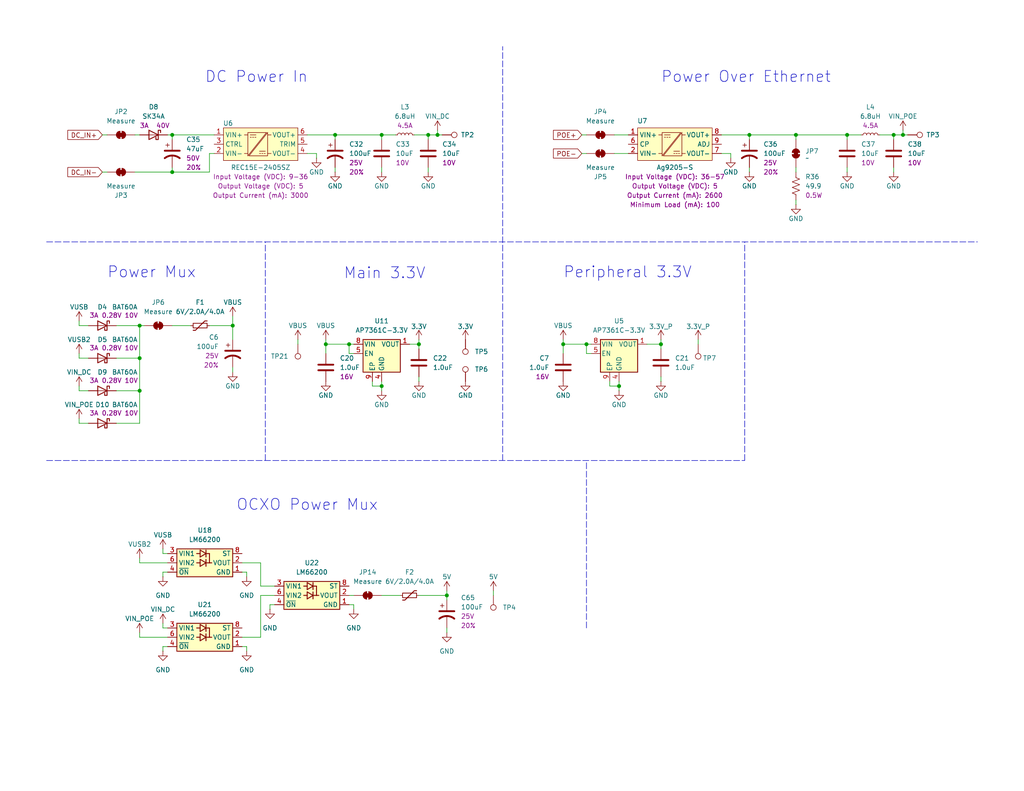
<source format=kicad_sch>
(kicad_sch (version 20231120) (generator "eeschema") (generator_version "8.0")
  (paper "USLetter")
  (title_block (title "Power"))
  (lib_symbols
    (symbol "SparkFun-Capacitor:1.0uF_0603_16V_10%" (pin_numbers hide) (pin_names (offset 0.254))
      (property "Reference" "C" (at 0.635 2.54 0))
      (property "Value" "1.0uF" (at 0.635 -2.54 0))
      (property "Voltage" "16V" (at 0 -6.35 0))
      (property "Tolerance" "10%" (at 0 -8.89 0))
      (symbol "1.0uF_0603_16V_10%_1_1"
        (pin passive line (at 0 3.81 270) (length 2.794) (name "~") (number "1"))
        (pin passive line (at 0 -3.81 90) (length 2.794) (name "~") (number "2"))
      )
    )
    (symbol "SparkFun-Capacitor:100uF_6.6x6.6_25V_20%" (pin_numbers hide) (pin_names (offset 0.254) hide)
      (property "Reference" "C" (at 0.635 2.54 0))
      (property "Value" "100uF" (at 0.635 -2.54 0))
      (property "Voltage" "25V" (at 0 -7.62 0))
      (property "Tolerance" "20%" (at 0 -10.16 0))
      (symbol "100uF_6.6x6.6_25V_20%_1_1"
        (pin passive line (at 0 3.81 270) (length 2.794) (name "~") (number "1"))
        (pin passive line (at 0 -3.81 90) (length 3.302) (name "~") (number "2"))
      )
    )
    (symbol "SparkFun-Capacitor:10uF_0603_10V_20%" (pin_numbers hide) (pin_names (offset 0.254))
      (property "Reference" "C" (at 0.635 2.54 0))
      (property "Value" "10uF" (at 0.635 -2.54 0))
      (property "Voltage" "10V" (at 0 -6.35 0))
      (property "Tolerance" "20%" (at 0 -8.89 0))
      (symbol "10uF_0603_10V_20%_1_1"
        (pin passive line (at 0 3.81 270) (length 2.794) (name "~") (number "1"))
        (pin passive line (at 0 -3.81 90) (length 2.794) (name "~") (number "2"))
      )
    )
    (symbol "SparkFun-Capacitor:47uF_6.6x6.6_50V_20%" (pin_numbers hide) (pin_names (offset 0.254) hide)
      (property "Reference" "C" (at 0.635 2.54 0))
      (property "Value" "47uF" (at 0.635 -2.54 0))
      (property "Voltage" "50V" (at 0 -7.62 0))
      (property "Tolerance" "20%" (at 0 -10.16 0))
      (symbol "47uF_6.6x6.6_50V_20%_1_1"
        (pin passive line (at 0 3.81 270) (length 2.794) (name "~") (number "1"))
        (pin passive line (at 0 -3.81 90) (length 3.302) (name "~") (number "2"))
      )
    )
    (symbol "SparkFun-Coil:6.8uH_7.3x6.6mm_4.5A" (pin_numbers hide) (pin_names (offset 1.016) hide)
      (property "Reference" "L" (at 0 2.54 0))
      (property "Value" "6.8uH" (at 0 -1.27 0))
      (property "Current" "4.5A" (at 0 -3.81 0))
      (symbol "6.8uH_7.3x6.6mm_4.5A_1_1"
        (pin passive line (at -2.54 0 0) (length 0.508) (name "~") (number "1"))
        (pin passive line (at 2.54 0 180) (length 0.508) (name "~") (number "2"))
      )
    )
    (symbol "SparkFun-Connector:TestPoint_PTH" (pin_numbers hide) (pin_names (offset 0.762) hide)
      (property "Reference" "TP" (at 0 5.08 0))
      (symbol "TestPoint_PTH_1_1"
        (pin passive line (at 0 0 90) (length 2.54) (name "1") (number "1"))
      )
    )
    (symbol "SparkFun-DiscreteSemi:D_Schottky_3A_10V_0.28V" (pin_numbers hide) (pin_names (offset 1.016) hide)
      (property "Reference" "D" (at 0 2.54 0))
      (property "Value" "BAT60A" (at 0 -2.54 0))
      (property "IMax" "3A" (at 0 -5.08 0))
      (property "VDrop" "0.28V" (at 0 -10.16 0))
      (property "VMax" "10V" (at 0 -7.62 0))
      (symbol "D_Schottky_3A_10V_0.28V_1_1"
        (pin passive line (at 3.81 0 180) (length 2.54) (name "A") (number "A"))
        (pin passive line (at -3.81 0 0) (length 2.54) (name "C") (number "C"))
      )
    )
    (symbol "SparkFun-DiscreteSemi:D_Schottky_3A_40V_0.55V" (pin_numbers hide) (pin_names (offset 1.016) hide)
      (property "Reference" "D" (at 0 2.54 0))
      (property "Value" "SK34A" (at 0 -2.54 0))
      (property "IMax" "3A" (at 0 -5.08 0))
      (property "VDrop" "0.55V" (at 0 -10.16 0))
      (property "VMax" "40V" (at 0 -7.62 0))
      (symbol "D_Schottky_3A_40V_0.55V_1_1"
        (pin passive line (at 3.81 0 180) (length 2.54) (name "A") (number "A"))
        (pin passive line (at -3.81 0 0) (length 2.54) (name "C") (number "C"))
      )
    )
    (symbol "SparkFun-Fuse:Fuse 6V/2.0A/4.0A" (pin_numbers hide) (pin_names (offset 0))
      (property "Reference" "F" (at 0 2.54 0))
      (property "Value" "6V/2.0A/4.0A" (at 0 -2.54 0))
      (symbol "Fuse 6V/2.0A/4.0A_1_1"
        (pin passive line (at -2.54 0 0) (length 0.635) (name "~") (number "1"))
        (pin passive line (at 2.54 0 180) (length 0.635) (name "~") (number "2"))
      )
    )
    (symbol "SparkFun-IC-Power:Ag9205-S"
      (property "Reference" "U" (at -9.8425 5.3975 0))
      (property "Value" "Ag9205-S" (at 0 -5.715 0))
      (property "Input Voltage (VDC)" "36-57" (at 0 -7.62 0) (show_name))
      (property "Output Voltage (VDC)" "5" (at 0 -9.8425 0) (show_name))
      (property "Output Current (mA)" "2600" (at 0 -12.065 0) (show_name))
      (property "Minimum Load (mA)" "100" (at 0 -14.2875 0) (show_name))
      (symbol "Ag9205-S_1_1"
        (pin power_in line (at -12.7 2.54 0) (length 2.54) (name "VIN+") (number "1"))
        (pin power_in line (at -12.7 -2.54 0) (length 2.54) (name "VIN-") (number "2"))
        (pin power_in line (at -12.7 2.54 0) (length 2.54) hide (name "VIN+") (number "3"))
        (pin power_in line (at -12.7 -2.54 0) (length 2.54) hide (name "VIN-") (number "4"))
        (pin power_in line (at -12.7 -2.54 0) (length 2.54) hide (name "VIN-") (number "5"))
        (pin input line (at -12.7 0 0) (length 2.54) (name "CP") (number "6"))
        (pin power_out line (at 12.7 -2.54 180) (length 2.54) (name "VOUT-") (number "7"))
        (pin power_out line (at 12.7 2.54 180) (length 2.54) (name "VOUT+") (number "8"))
        (pin input line (at 12.7 0 180) (length 2.54) (name "ADJ") (number "9"))
      )
    )
    (symbol "SparkFun-IC-Power:LM66200_(Small)"
      (property "Reference" "U" (at -6.985 4.445 0))
      (property "Value" "LM66200" (at 0 -6.35 0))
      (symbol "LM66200_(Small)_1_0"
        (pin power_out line (at 10.16 -2.54 180) (length 2.54) (name "GND") (number "1"))
        (pin power_out line (at 10.16 0 180) (length 2.54) (name "VOUT") (number "2"))
        (pin power_in line (at -10.16 2.54 0) (length 2.54) (name "VIN1") (number "3"))
        (pin input line (at -10.16 -2.54 0) (length 2.54) (name "~{ON}") (number "4"))
        (pin power_out line (at 10.16 -2.54 180) (length 2.54) hide (name "GND") (number "5"))
        (pin power_in line (at -10.16 0 0) (length 2.54) (name "VIN2") (number "6"))
        (pin power_out line (at 10.16 0 180) (length 2.54) hide (name "VOUT") (number "7"))
        (pin output line (at 10.16 2.54 180) (length 2.54) (name "ST") (number "8"))
      )
    )
    (symbol "SparkFun-IC-Power:REC15E-2405SZ"
      (property "Reference" "U" (at -9.8425 5.3975 0))
      (property "Value" "REC15E-2405SZ" (at 0 -5.715 0))
      (property "Input Voltage (VDC)" "9-36" (at 0 -7.62 0) (show_name))
      (property "Output Voltage (VDC)" "5" (at 0 -9.8425 0) (show_name))
      (property "Output Current (mA)" "3000" (at 0 -12.065 0) (show_name))
      (symbol "REC15E-2405SZ_1_1"
        (pin power_in line (at -12.7 2.54 0) (length 2.54) (name "VIN+") (number "1"))
        (pin power_in line (at -12.7 -2.54 0) (length 2.54) (name "VIN-") (number "2"))
        (pin input line (at -12.7 0 0) (length 2.54) (name "CTRL") (number "3"))
        (pin power_out line (at 12.7 -2.54 180) (length 2.54) (name "VOUT-") (number "4"))
        (pin input line (at 12.7 0 180) (length 2.54) (name "TRIM") (number "5"))
        (pin power_out line (at 12.7 2.54 180) (length 2.54) (name "VOUT+") (number "6"))
      )
    )
    (symbol "SparkFun-Jumper:Jumper_Measure" (pin_numbers hide) (pin_names (offset 0) hide)
      (property "Reference" "JP" (at 0 2.032 0))
      (property "Value" "Measure" (at 0 -2.54 0))
      (symbol "Jumper_Measure_1_1"
        (pin passive line (at -3.81 0 0) (length 2.54) (name "A") (number "1"))
        (pin passive line (at 3.81 0 180) (length 2.54) (name "B") (number "2"))
      )
    )
    (symbol "SparkFun-Jumper:SolderJumper_2_Bridged" (pin_numbers hide) (pin_names (offset 0) hide)
      (property "Reference" "JP" (at 0 2.032 0))
      (property "Value" "~" (at 0 -2.54 0))
      (symbol "SolderJumper_2_Bridged_1_1"
        (pin passive line (at -3.81 0 0) (length 2.54) (name "A") (number "1"))
        (pin passive line (at 3.81 0 180) (length 2.54) (name "B") (number "2"))
      )
    )
    (symbol "SparkFun-PowerSymbol:3.3V" (power) (pin_names (offset 0))
      (property "Value" "3.3V" (at 0 3.81 0))
      (symbol "3.3V_1_1"
        (pin power_in line (at 0 0 90) (length 0) hide (name "3.3V") (number "1"))
      )
    )
    (symbol "SparkFun-PowerSymbol:3.3V_P" (power) (pin_names (offset 0))
      (property "Value" "3.3V_P" (at 0 3.81 0))
      (symbol "3.3V_P_1_1"
        (pin power_in line (at 0 0 90) (length 0) hide (name "3.3V_P") (number "1"))
      )
    )
    (symbol "SparkFun-PowerSymbol:5V" (power) (pin_names (offset 0))
      (property "Value" "5V" (at 0 3.81 0))
      (symbol "5V_1_1"
        (pin power_in line (at 0 0 90) (length 0) hide (name "5V") (number "1"))
      )
    )
    (symbol "SparkFun-PowerSymbol:GND" (power) (pin_names (offset 0))
      (property "Value" "GND" (at 0 -3.81 0))
      (symbol "GND_1_1"
        (pin power_in line (at 0 0 270) (length 0) hide (name "GND") (number "1"))
      )
    )
    (symbol "SparkFun-PowerSymbol:VBUS" (power) (pin_names (offset 0))
      (property "Value" "VBUS" (at 0 3.81 0))
      (symbol "VBUS_1_1"
        (pin power_in line (at 0 0 90) (length 0) hide (name "VBUS") (number "1"))
      )
    )
    (symbol "SparkFun-PowerSymbol:VIN" (power) (pin_names (offset 0))
      (property "Value" "VIN" (at 0 3.81 0))
      (symbol "VIN_1_1"
        (pin power_in line (at 0 0 90) (length 0) hide (name "VIN") (number "1"))
      )
    )
    (symbol "SparkFun-PowerSymbol:VUSB" (power) (pin_names (offset 0))
      (property "Value" "VUSB" (at 0 3.81 0))
      (symbol "VUSB_1_1"
        (pin power_in line (at 0 0 90) (length 0) hide (name "VUSB") (number "1"))
      )
    )
    (symbol "SparkFun-Regulator:AP7361C-3.3V" (pin_names (offset 0.254))
      (property "Reference" "U" (at 0 8.89 0))
      (property "Value" "AP7361C-3.3V" (at 0 6.35 0))
      (symbol "AP7361C-3.3V_1_1"
        (pin power_out line (at 7.62 2.54 180) (length 2.54) (name "VOUT") (number "1"))
        (pin no_connect line (at 5.08 -2.54 180) (length 2.54) hide (name "NC") (number "2"))
        (pin no_connect line (at 5.08 -2.54 180) (length 2.54) hide (name "NC") (number "3"))
        (pin power_in line (at 0 -7.62 90) (length 2.54) (name "GND") (number "4"))
        (pin input line (at -7.62 0 0) (length 2.54) (name "EN") (number "5"))
        (pin no_connect line (at 5.08 -2.54 180) (length 2.54) hide (name "NC") (number "6"))
        (pin no_connect line (at 5.08 -2.54 180) (length 2.54) hide (name "NC") (number "7"))
        (pin power_in line (at -7.62 2.54 0) (length 2.54) (name "VIN") (number "8"))
        (pin passive line (at -2.54 -7.62 90) (length 2.54) (name "EP") (number "9"))
      )
    )
    (symbol "SparkFun-Resistor:49.9_1206" (pin_numbers hide) (pin_names (offset 0))
      (property "Reference" "R" (at 0 -2.54 0))
      (property "Value" "49.9" (at 0 2.54 0))
      (symbol "49.9_1206_1_1"
        (pin passive line (at 3.81 0 180) (length 1.27) (name "~") (number "1"))
        (pin passive line (at -3.81 0 0) (length 1.27) (name "~") (number "2"))
      )
    )
    (symbol "power:GND" (power) (pin_numbers hide) (pin_names (offset 0) hide)
      (property "Value" "GND" (at 0 -3.81 0))
      (symbol "GND_1_1"
        (pin power_in line (at 0 0 270) (length 0) (name "~") (number "1"))
      )
    )
  )
  (junction (at 153.67 93.98))
  (junction (at 38.1 88.9))
  (junction (at 243.84 36.83))
  (junction (at 38.1 97.79))
  (junction (at 168.91 105.41))
  (junction (at 95.25 93.98))
  (junction (at 63.5 88.9))
  (junction (at 204.47 36.83))
  (junction (at 116.84 36.83))
  (junction (at 104.14 105.41))
  (junction (at 160.02 93.98))
  (junction (at 114.3 93.98))
  (junction (at 88.9 93.98))
  (junction (at 46.99 46.99))
  (junction (at 46.99 36.83))
  (junction (at 91.44 36.83))
  (junction (at 121.92 162.56))
  (junction (at 246.38 36.83))
  (junction (at 180.34 93.98))
  (junction (at 231.14 36.83))
  (junction (at 217.17 36.83))
  (junction (at 104.14 36.83))
  (junction (at 38.1 106.68))
  (junction (at 119.38 36.83))
  (wire (pts (xy 114.3 93.98) (xy 114.3 95.25)))
  (wire (pts (xy 38.1 106.68) (xy 38.1 97.79)))
  (wire (pts (xy 46.99 88.9) (xy 52.07 88.9)))
  (wire (pts (xy 21.59 115.57) (xy 24.13 115.57)))
  (wire (pts (xy 190.5 92.71) (xy 190.5 93.98)))
  (wire (pts (xy 31.75 106.68) (xy 38.1 106.68)))
  (wire (pts (xy 88.9 93.98) (xy 88.9 96.52)))
  (wire (pts (xy 83.82 41.91) (xy 86.36 41.91)))
  (wire (pts (xy 113.03 36.83) (xy 116.84 36.83)))
  (wire (pts (xy 217.17 54.61) (xy 217.17 55.88)))
  (wire (pts (xy 81.28 92.71) (xy 81.28 93.98)))
  (wire (pts (xy 45.72 36.83) (xy 46.99 36.83)))
  (wire (pts (xy 167.64 36.83) (xy 171.45 36.83)))
  (wire (pts (xy 38.1 172.72) (xy 38.1 173.99)))
  (wire (pts (xy 119.38 36.83) (xy 120.65 36.83)))
  (wire (pts (xy 231.14 36.83) (xy 234.95 36.83)))
  (wire (pts (xy 27.94 46.99) (xy 29.21 46.99)))
  (wire (pts (xy 71.12 160.02) (xy 74.93 160.02)))
  (wire (pts (xy 38.1 173.99) (xy 45.72 173.99)))
  (wire (pts (xy 246.38 35.56) (xy 246.38 36.83)))
  (wire (pts (xy 57.15 46.99) (xy 57.15 41.91)))
  (wire (pts (xy 38.1 88.9) (xy 39.37 88.9)))
  (wire (pts (xy 73.66 165.1) (xy 73.66 166.37)))
  (wire (pts (xy 180.34 93.98) (xy 180.34 95.25)))
  (wire (pts (xy 21.59 88.9) (xy 24.13 88.9)))
  (wire (pts (xy 217.17 45.72) (xy 217.17 46.99)))
  (wire (pts (xy 95.25 165.1) (xy 96.52 165.1)))
  (wire (pts (xy 21.59 114.3) (xy 21.59 115.57)))
  (wire (pts (xy 36.83 46.99) (xy 46.99 46.99)))
  (wire (pts (xy 91.44 45.72) (xy 91.44 46.99)))
  (polyline (pts (xy 160.02 171.45) (xy 160.02 125.73)) (stroke (width 0) (type dash)))
  (wire (pts (xy 66.04 156.21) (xy 67.31 156.21)))
  (wire (pts (xy 231.14 45.72) (xy 231.14 46.99)))
  (wire (pts (xy 104.14 45.72) (xy 104.14 46.99)))
  (wire (pts (xy 96.52 96.52) (xy 95.25 96.52)))
  (wire (pts (xy 104.14 36.83) (xy 104.14 38.1)))
  (wire (pts (xy 116.84 36.83) (xy 116.84 38.1)))
  (wire (pts (xy 31.75 115.57) (xy 38.1 115.57)))
  (wire (pts (xy 240.03 36.83) (xy 243.84 36.83)))
  (wire (pts (xy 67.31 156.21) (xy 67.31 157.48)))
  (polyline (pts (xy 203.2 125.73) (xy 203.2 66.04)) (stroke (width 0) (type dash)))
  (wire (pts (xy 44.45 151.13) (xy 45.72 151.13)))
  (wire (pts (xy 121.92 162.56) (xy 121.92 163.83)))
  (wire (pts (xy 46.99 36.83) (xy 46.99 38.1)))
  (wire (pts (xy 96.52 165.1) (xy 96.52 166.37)))
  (wire (pts (xy 111.76 93.98) (xy 114.3 93.98)))
  (wire (pts (xy 74.93 165.1) (xy 73.66 165.1)))
  (wire (pts (xy 101.6 104.14) (xy 101.6 105.41)))
  (wire (pts (xy 66.04 176.53) (xy 67.31 176.53)))
  (wire (pts (xy 168.91 105.41) (xy 168.91 106.68)))
  (wire (pts (xy 86.36 41.91) (xy 86.36 43.18)))
  (wire (pts (xy 161.29 96.52) (xy 160.02 96.52)))
  (wire (pts (xy 199.39 41.91) (xy 199.39 43.18)))
  (wire (pts (xy 95.25 93.98) (xy 96.52 93.98)))
  (wire (pts (xy 160.02 93.98) (xy 161.29 93.98)))
  (wire (pts (xy 104.14 36.83) (xy 107.95 36.83)))
  (wire (pts (xy 71.12 173.99) (xy 71.12 162.56)))
  (wire (pts (xy 166.37 105.41) (xy 168.91 105.41)))
  (wire (pts (xy 63.5 86.36) (xy 63.5 88.9)))
  (wire (pts (xy 46.99 36.83) (xy 58.42 36.83)))
  (wire (pts (xy 180.34 92.71) (xy 180.34 93.98)))
  (wire (pts (xy 63.5 100.33) (xy 63.5 101.6)))
  (wire (pts (xy 21.59 106.68) (xy 24.13 106.68)))
  (wire (pts (xy 217.17 36.83) (xy 217.17 38.1)))
  (wire (pts (xy 204.47 36.83) (xy 204.47 38.1)))
  (polyline (pts (xy 12.7 66.04) (xy 266.7 66.04)) (stroke (width 0) (type dash)))
  (wire (pts (xy 166.37 104.14) (xy 166.37 105.41)))
  (wire (pts (xy 83.82 36.83) (xy 91.44 36.83)))
  (wire (pts (xy 31.75 88.9) (xy 38.1 88.9)))
  (wire (pts (xy 116.84 45.72) (xy 116.84 46.99)))
  (wire (pts (xy 21.59 105.41) (xy 21.59 106.68)))
  (wire (pts (xy 158.75 41.91) (xy 160.02 41.91)))
  (wire (pts (xy 168.91 104.14) (xy 168.91 105.41)))
  (wire (pts (xy 176.53 93.98) (xy 180.34 93.98)))
  (wire (pts (xy 91.44 36.83) (xy 104.14 36.83)))
  (wire (pts (xy 38.1 115.57) (xy 38.1 106.68)))
  (wire (pts (xy 44.45 171.45) (xy 45.72 171.45)))
  (wire (pts (xy 95.25 93.98) (xy 95.25 96.52)))
  (wire (pts (xy 36.83 36.83) (xy 38.1 36.83)))
  (wire (pts (xy 44.45 176.53) (xy 44.45 177.8)))
  (wire (pts (xy 119.38 35.56) (xy 119.38 36.83)))
  (polyline (pts (xy 12.7 125.73) (xy 203.2 125.73)) (stroke (width 0) (type dash)))
  (polyline (pts (xy 137.16 125.73) (xy 137.16 12.7)) (stroke (width 0) (type dash)))
  (wire (pts (xy 57.15 41.91) (xy 58.42 41.91)))
  (wire (pts (xy 196.85 41.91) (xy 199.39 41.91)))
  (wire (pts (xy 66.04 173.99) (xy 71.12 173.99)))
  (wire (pts (xy 95.25 162.56) (xy 96.52 162.56)))
  (wire (pts (xy 153.67 92.71) (xy 153.67 93.98)))
  (wire (pts (xy 57.15 88.9) (xy 63.5 88.9)))
  (wire (pts (xy 243.84 36.83) (xy 243.84 38.1)))
  (wire (pts (xy 66.04 153.67) (xy 71.12 153.67)))
  (wire (pts (xy 153.67 93.98) (xy 153.67 96.52)))
  (wire (pts (xy 44.45 156.21) (xy 44.45 157.48)))
  (wire (pts (xy 243.84 36.83) (xy 246.38 36.83)))
  (wire (pts (xy 134.62 161.29) (xy 134.62 162.56)))
  (wire (pts (xy 121.92 171.45) (xy 121.92 172.72)))
  (wire (pts (xy 217.17 36.83) (xy 231.14 36.83)))
  (wire (pts (xy 91.44 36.83) (xy 91.44 38.1)))
  (wire (pts (xy 46.99 45.72) (xy 46.99 46.99)))
  (wire (pts (xy 104.14 105.41) (xy 104.14 106.68)))
  (wire (pts (xy 27.94 36.83) (xy 29.21 36.83)))
  (wire (pts (xy 121.92 161.29) (xy 121.92 162.56)))
  (wire (pts (xy 116.84 36.83) (xy 119.38 36.83)))
  (wire (pts (xy 31.75 97.79) (xy 38.1 97.79)))
  (wire (pts (xy 204.47 36.83) (xy 217.17 36.83)))
  (wire (pts (xy 204.47 45.72) (xy 204.47 46.99)))
  (wire (pts (xy 38.1 152.4) (xy 38.1 153.67)))
  (wire (pts (xy 104.14 162.56) (xy 109.22 162.56)))
  (wire (pts (xy 88.9 92.71) (xy 88.9 93.98)))
  (wire (pts (xy 246.38 36.83) (xy 247.65 36.83)))
  (wire (pts (xy 45.72 156.21) (xy 44.45 156.21)))
  (wire (pts (xy 114.3 102.87) (xy 114.3 104.14)))
  (wire (pts (xy 167.64 41.91) (xy 171.45 41.91)))
  (wire (pts (xy 63.5 88.9) (xy 63.5 92.71)))
  (polyline (pts (xy 72.39 125.73) (xy 72.39 66.04)) (stroke (width 0) (type dash)))
  (wire (pts (xy 21.59 87.63) (xy 21.59 88.9)))
  (wire (pts (xy 231.14 36.83) (xy 231.14 38.1)))
  (wire (pts (xy 153.67 93.98) (xy 160.02 93.98)))
  (wire (pts (xy 114.3 92.71) (xy 114.3 93.98)))
  (wire (pts (xy 114.3 162.56) (xy 121.92 162.56)))
  (wire (pts (xy 67.31 176.53) (xy 67.31 177.8)))
  (wire (pts (xy 101.6 105.41) (xy 104.14 105.41)))
  (wire (pts (xy 38.1 88.9) (xy 38.1 97.79)))
  (wire (pts (xy 104.14 104.14) (xy 104.14 105.41)))
  (wire (pts (xy 45.72 176.53) (xy 44.45 176.53)))
  (wire (pts (xy 180.34 102.87) (xy 180.34 104.14)))
  (wire (pts (xy 243.84 45.72) (xy 243.84 46.99)))
  (wire (pts (xy 88.9 93.98) (xy 95.25 93.98)))
  (wire (pts (xy 160.02 93.98) (xy 160.02 96.52)))
  (wire (pts (xy 71.12 162.56) (xy 74.93 162.56)))
  (wire (pts (xy 44.45 170.18) (xy 44.45 171.45)))
  (wire (pts (xy 196.85 36.83) (xy 204.47 36.83)))
  (wire (pts (xy 44.45 149.86) (xy 44.45 151.13)))
  (wire (pts (xy 38.1 153.67) (xy 45.72 153.67)))
  (wire (pts (xy 158.75 36.83) (xy 160.02 36.83)))
  (wire (pts (xy 21.59 97.79) (xy 24.13 97.79)))
  (wire (pts (xy 46.99 46.99) (xy 57.15 46.99)))
  (wire (pts (xy 71.12 153.67) (xy 71.12 160.02)))
  (wire (pts (xy 21.59 96.52) (xy 21.59 97.79)))
  (text "Power Over Ethernet" (at 180.34 22.86 0) (effects (font (size 3 3)) (justify left bottom)))
  (text "OCXO Power Mux" (at 83.82 139.7 0) (effects (font (size 3 3)) (justify bottom)))
  (text "DC Power In" (at 55.88 22.86 0) (effects (font (size 3 3)) (justify left bottom)))
  (text "Peripheral 3.3V" (at 153.67 76.2 0) (effects (font (size 3 3)) (justify left bottom)))
  (text "Power Mux" (at 29.21 76.2 0) (effects (font (size 3 3)) (justify left bottom)))
  (text "Main 3.3V" (at 93.726 76.454 0) (effects (font (size 3 3)) (justify left bottom)))
  (global_label "DC_IN-" (shape input) (at 27.94 46.99 180) (property "Intersheetrefs" "${INTERSHEET_REFS}" (effects (hide yes))))
  (global_label "POE+" (shape input) (at 158.75 36.83 180) (property "Intersheetrefs" "${INTERSHEET_REFS}" (effects (hide yes))))
  (global_label "DC_IN+" (shape input) (at 27.94 36.83 180) (property "Intersheetrefs" "${INTERSHEET_REFS}" (effects (hide yes))))
  (global_label "POE-" (shape input) (at 158.75 41.91 180) (property "Intersheetrefs" "${INTERSHEET_REFS}" (effects (hide yes))))
  (symbol (lib_id "SparkFun-Jumper:Jumper_Measure") (at 163.83 41.91 0) (mirror x) (unit 1)
    (property "Reference" "JP5" (at 163.83 48.26 0))
    (property "Value" "Measure" (at 163.83 45.72 0))
    (property "Footprint" "SparkFun-Jumper:Jumper_2_PTH_SMD_Combo-NC" (effects (hide yes)))
    (property "Description" "Solder Jumper, 2-pole, closed/bridged" (effects (hide yes)))
  )
  (symbol (lib_id "SparkFun-PowerSymbol:VUSB") (at 21.59 87.63 0) (unit 1)
    (property "Reference" "#PWR041" (effects (hide yes)))
    (property "Value" "VUSB" (at 21.59 83.82 0))
    (property "Description" "Power symbol creates a global label with name \"VUSB\"" (effects (hide yes)))
  )
  (symbol (lib_id "SparkFun-Connector:TestPoint_PTH") (at 190.5 93.98 180) (unit 1)
    (property "Reference" "TP7" (at 191.77 97.79 0) (effects (justify right)))
    (property "Value" "PTH" (effects (hide yes)))
    (property "Footprint" "SparkFun-Connector:1x01" (effects (hide yes)))
    (property "Description" "Test Point" (effects (hide yes)))
  )
  (symbol (lib_id "SparkFun-Capacitor:47uF_6.6x6.6_50V_20%") (at 46.99 41.91 0) (unit 1)
    (property "Reference" "C35" (at 50.8 38.1 0) (effects (justify left)))
    (property "Value" "47uF" (at 50.8 40.64 0) (effects (justify left)))
    (property "Footprint" "SparkFun-Capacitor:Panasonic_D" (effects (hide yes)))
    (property "Datasheet" "https://www.chemi-con.co.jp/products/relatedfiles/capacitor/catalog/MVARA-e.PDF" (effects (hide yes)))
    (property "Description" "Polarized capacitor, US symbol, 0.248\" Dia x 0.303\" H, Electrolitic" (effects (hide yes)))
    (property "PROD_ID" "CAP-10547" (effects (hide yes)))
    (property "Voltage" "50V" (at 50.8 43.18 0) (effects (justify left)))
    (property "Tolerance" "20%" (at 50.8 45.72 0) (effects (justify left)))
  )
  (symbol (lib_id "power:GND") (at 67.31 157.48 0) (unit 1)
    (property "Reference" "#PWR0246" (effects (hide yes)))
    (property "Value" "GND" (at 67.31 162.56 0))
    (property "Description" "Power symbol creates a global label with name \"GND\" , ground" (effects (hide yes)))
  )
  (symbol (lib_id "SparkFun-PowerSymbol:VIN") (at 119.38 35.56 0) (unit 1)
    (property "Reference" "#PWR0115" (effects (hide yes)))
    (property "Value" "VIN_DC" (at 119.38 31.75 0))
    (property "Description" "Power symbol creates a global label with name \"VIN\"" (effects (hide yes)))
  )
  (symbol (lib_id "power:GND") (at 121.92 172.72 0) (unit 1)
    (property "Reference" "#PWR0231" (effects (hide yes)))
    (property "Value" "GND" (at 121.92 177.8 0))
    (property "Description" "Power symbol creates a global label with name \"GND\" , ground" (effects (hide yes)))
  )
  (symbol (lib_id "SparkFun-Regulator:AP7361C-3.3V") (at 104.14 96.52 0) (unit 1)
    (property "Reference" "U11" (at 104.14 87.63 0))
    (property "Value" "AP7361C-3.3V" (at 104.14 90.17 0))
    (property "Footprint" "SparkFun-Semiconductor-Standard:UDFN-8" (effects (hide yes)))
    (property "Datasheet" "https://www.diodes.com/assets/Datasheets/AP7361C.pdf" (effects (hide yes)))
    (property "Description" "1A low dropout linear regulator, with enable pin, 2.2-6.0V input, 3.3V output, UDFN-8" (effects (hide yes)))
    (property "PROD_ID" "VREG-14094" (effects (hide yes)))
    (property "VMax" "6V" (effects (hide yes)))
    (property "Ityp" "1.0A" (effects (hide yes)))
    (property "Imax" "1.5A" (effects (hide yes)))
    (property "Iq" "60µA" (effects (hide yes)))
  )
  (symbol (lib_id "power:GND") (at 44.45 177.8 0) (unit 1)
    (property "Reference" "#PWR0251" (effects (hide yes)))
    (property "Value" "GND" (at 44.45 182.88 0))
    (property "Description" "Power symbol creates a global label with name \"GND\" , ground" (effects (hide yes)))
  )
  (symbol (lib_id "SparkFun-Capacitor:10uF_0603_10V_20%") (at 104.14 41.91 0) (unit 1)
    (property "Reference" "C33" (at 107.95 39.3699 0) (effects (justify left)))
    (property "Value" "10uF" (at 107.95 41.9099 0) (effects (justify left)))
    (property "Footprint" "SparkFun-Capacitor:C_0603_1608Metric" (effects (hide yes)))
    (property "Datasheet" "https://cdn.sparkfun.com/assets/8/a/4/a/5/Kemet_Capacitor_Datasheet.pdf" (effects (hide yes)))
    (property "Description" "Unpolarized capacitor" (effects (hide yes)))
    (property "PROD_ID" "CAP-20155" (effects (hide yes)))
    (property "Voltage" "10V" (at 107.95 44.4499 0) (effects (justify left)))
    (property "Tolerance" "20%" (effects (hide yes)))
  )
  (symbol (lib_id "SparkFun-Jumper:Jumper_Measure") (at 43.18 88.9 0) (unit 1)
    (property "Reference" "JP6" (at 43.18 82.55 0))
    (property "Value" "Measure" (at 43.18 85.09 0))
    (property "Footprint" "SparkFun-Jumper:Jumper_2_PTH_SMD_Combo-NC" (effects (hide yes)))
    (property "Description" "Solder Jumper, 2-pole, closed/bridged" (effects (hide yes)))
  )
  (symbol (lib_id "SparkFun-Regulator:AP7361C-3.3V") (at 168.91 96.52 0) (unit 1)
    (property "Reference" "U5" (at 168.91 87.63 0))
    (property "Value" "AP7361C-3.3V" (at 168.91 90.17 0))
    (property "Footprint" "SparkFun-Semiconductor-Standard:UDFN-8" (effects (hide yes)))
    (property "Datasheet" "https://www.diodes.com/assets/Datasheets/AP7361C.pdf" (effects (hide yes)))
    (property "Description" "1A low dropout linear regulator, with enable pin, 2.2-6.0V input, 3.3V output, UDFN-8" (effects (hide yes)))
    (property "PROD_ID" "VREG-14094" (effects (hide yes)))
    (property "VMax" "6V" (effects (hide yes)))
    (property "Ityp" "1.0A" (effects (hide yes)))
    (property "Imax" "1.5A" (effects (hide yes)))
    (property "Iq" "60µA" (effects (hide yes)))
  )
  (symbol (lib_id "SparkFun-Connector:TestPoint_PTH") (at 134.62 162.56 180) (unit 1)
    (property "Reference" "TP4" (at 137.16 165.8619 0) (effects (justify right)))
    (property "Value" "PTH" (effects (hide yes)))
    (property "Footprint" "SparkFun-Connector:1x01" (effects (hide yes)))
    (property "Description" "Test Point" (effects (hide yes)))
  )
  (symbol (lib_id "SparkFun-PowerSymbol:VIN") (at 21.59 105.41 0) (unit 1)
    (property "Reference" "#PWR0116" (effects (hide yes)))
    (property "Value" "VIN_DC" (at 21.59 101.6 0))
    (property "Description" "Power symbol creates a global label with name \"VIN\"" (effects (hide yes)))
  )
  (symbol (lib_id "SparkFun-PowerSymbol:VBUS") (at 81.28 92.71 0) (unit 1)
    (property "Reference" "#PWR0267" (effects (hide yes)))
    (property "Value" "VBUS" (at 81.28 88.9 0))
    (property "Description" "Power symbol creates a global label with name \"VBUS\"" (effects (hide yes)))
  )
  (symbol (lib_id "SparkFun-DiscreteSemi:D_Schottky_3A_40V_0.55V") (at 41.91 36.83 0) (mirror y) (unit 1)
    (property "Reference" "D8" (at 41.91 29.21 0))
    (property "Value" "SK34A" (at 41.91 31.75 0))
    (property "Footprint" "SparkFun-Semiconductor-Standard:SMA" (effects (hide yes)))
    (property "Datasheet" "https://www.smc-diodes.com/propdf/SK34A%20N0103%20REV.C.pdf" (effects (hide yes)))
    (property "Description" "Schottky diode" (effects (hide yes)))
    (property "PROD_ID" "DIO-14989" (effects (hide yes)))
    (property "IMax" "3A" (at 39.37 34.29 0))
    (property "VDrop" "0.55V" (effects (hide yes)))
    (property "VMax" "40V" (at 44.45 34.29 0))
  )
  (symbol (lib_id "power:GND") (at 180.34 104.14 0) (unit 1)
    (property "Reference" "#PWR029" (effects (hide yes)))
    (property "Value" "GND" (at 180.34 107.95 0))
    (property "Description" "Power symbol creates a global label with name \"GND\" , ground" (effects (hide yes)))
  )
  (symbol (lib_id "power:GND") (at 91.44 46.99 0) (unit 1)
    (property "Reference" "#PWR0112" (effects (hide yes)))
    (property "Value" "GND" (at 91.44 50.8 0))
    (property "Description" "Power symbol creates a global label with name \"GND\" , ground" (effects (hide yes)))
  )
  (symbol (lib_id "SparkFun-Connector:TestPoint_PTH") (at 127 104.14 0) (unit 1)
    (property "Reference" "TP6" (at 129.54 100.8379 0) (effects (justify left)))
    (property "Value" "PTH" (effects (hide yes)))
    (property "Footprint" "SparkFun-Connector:1x01" (effects (hide yes)))
    (property "Description" "Test Point" (effects (hide yes)))
  )
  (symbol (lib_id "SparkFun-PowerSymbol:VUSB") (at 38.1 152.4 0) (unit 1)
    (property "Reference" "#PWR0264" (effects (hide yes)))
    (property "Value" "VUSB2" (at 38.1 148.59 0))
    (property "Description" "Power symbol creates a global label with name \"VUSB\"" (effects (hide yes)))
  )
  (symbol (lib_id "power:GND") (at 231.14 46.99 0) (unit 1)
    (property "Reference" "#PWR0120" (effects (hide yes)))
    (property "Value" "GND" (at 231.14 50.8 0))
    (property "Description" "Power symbol creates a global label with name \"GND\" , ground" (effects (hide yes)))
  )
  (symbol (lib_id "SparkFun-PowerSymbol:VUSB") (at 44.45 149.86 0) (unit 1)
    (property "Reference" "#PWR0263" (effects (hide yes)))
    (property "Value" "VUSB" (at 44.45 146.05 0))
    (property "Description" "Power symbol creates a global label with name \"VUSB\"" (effects (hide yes)))
  )
  (symbol (lib_id "SparkFun-DiscreteSemi:D_Schottky_3A_10V_0.28V") (at 27.94 88.9 0) (mirror y) (unit 1)
    (property "Reference" "D4" (at 27.94 83.82 0))
    (property "Value" "BAT60A" (at 34.036 83.82 0))
    (property "Footprint" "SparkFun-Semiconductor-Standard:SOD-323" (effects (hide yes)))
    (property "Datasheet" "https://www.infineon.com/dgdl/bat60aseries.pdf?folderId=db3a304313d846880113def5812204a1&fileId=db3a304313d846880113def70c9304a9" (effects (hide yes)))
    (property "Description" "Schottky diode" (effects (hide yes)))
    (property "PROD_ID" "DIO-14072" (effects (hide yes)))
    (property "IMax" "3A" (at 25.654 86.106 0))
    (property "VDrop" "0.28V" (at 30.48 86.106 0))
    (property "VMax" "10V" (at 35.814 86.106 0))
  )
  (symbol (lib_id "power:GND") (at 199.39 43.18 0) (unit 1)
    (property "Reference" "#PWR0117" (effects (hide yes)))
    (property "Value" "GND" (at 199.39 46.99 0))
    (property "Description" "Power symbol creates a global label with name \"GND\" , ground" (effects (hide yes)))
  )
  (symbol (lib_id "SparkFun-Jumper:Jumper_Measure") (at 33.02 46.99 0) (mirror x) (unit 1)
    (property "Reference" "JP3" (at 33.02 53.34 0))
    (property "Value" "Measure" (at 33.02 50.8 0))
    (property "Footprint" "SparkFun-Jumper:Jumper_2_PTH_SMD_Combo-NC" (effects (hide yes)))
    (property "Description" "Solder Jumper, 2-pole, closed/bridged" (effects (hide yes)))
  )
  (symbol (lib_id "SparkFun-Capacitor:100uF_6.6x6.6_25V_20%") (at 121.92 167.64 0) (unit 1)
    (property "Reference" "C65" (at 125.73 163.1949 0) (effects (justify left)))
    (property "Value" "100uF" (at 125.73 165.7349 0) (effects (justify left)))
    (property "Footprint" "SparkFun-Capacitor:Panasonic_D" (effects (hide yes)))
    (property "Datasheet" "https://www.chemi-con.co.jp/products/relatedfiles/capacitor/catalog/MVARA-e.PDF" (effects (hide yes)))
    (property "Description" "Polarized capacitor, US symbol, 0.248\" Dia x 0.303\" H, Electrolitic" (effects (hide yes)))
    (property "PROD_ID" "CAP-12547" (effects (hide yes)))
    (property "Voltage" "25V" (at 125.73 168.2749 0) (effects (justify left)))
    (property "Tolerance" "20%" (at 125.73 170.8149 0) (effects (justify left)))
  )
  (symbol (lib_id "power:GND") (at 114.3 104.14 0) (unit 1)
    (property "Reference" "#PWR068" (effects (hide yes)))
    (property "Value" "GND" (at 114.3 107.95 0))
    (property "Description" "Power symbol creates a global label with name \"GND\" , ground" (effects (hide yes)))
  )
  (symbol (lib_id "power:GND") (at 217.17 55.88 0) (unit 1)
    (property "Reference" "#PWR0123" (effects (hide yes)))
    (property "Value" "GND" (at 217.17 59.69 0))
    (property "Description" "Power symbol creates a global label with name \"GND\" , ground" (effects (hide yes)))
  )
  (symbol (lib_id "SparkFun-PowerSymbol:VUSB") (at 21.59 96.52 0) (unit 1)
    (property "Reference" "#PWR038" (effects (hide yes)))
    (property "Value" "VUSB2" (at 21.59 92.71 0))
    (property "Description" "Power symbol creates a global label with name \"VUSB\"" (effects (hide yes)))
  )
  (symbol (lib_id "SparkFun-Coil:6.8uH_7.3x6.6mm_4.5A") (at 237.49 36.83 0) (unit 1)
    (property "Reference" "L4" (at 237.49 29.21 0))
    (property "Value" "6.8uH" (at 237.49 31.75 0))
    (property "Footprint" "SparkFun-Coil:Inductor_7.3x6.6mm" (effects (hide yes)))
    (property "Datasheet" "https://productfinder.pulseelectronics.com/api/open/part-attachments/datasheet/BMRA000606306R8MA1" (effects (hide yes)))
    (property "Description" "Inductor" (effects (hide yes)))
    (property "PROD_ID" "NDUC-17223" (effects (hide yes)))
    (property "Current" "4.5A" (at 237.49 34.29 0))
  )
  (symbol (lib_id "SparkFun-PowerSymbol:VBUS") (at 63.5 86.36 0) (unit 1)
    (property "Reference" "#PWR0230" (effects (hide yes)))
    (property "Value" "VBUS" (at 63.5 82.55 0))
    (property "Description" "Power symbol creates a global label with name \"VBUS\"" (effects (hide yes)))
  )
  (symbol (lib_id "power:GND") (at 104.14 46.99 0) (unit 1)
    (property "Reference" "#PWR0113" (effects (hide yes)))
    (property "Value" "GND" (at 104.14 50.8 0))
    (property "Description" "Power symbol creates a global label with name \"GND\" , ground" (effects (hide yes)))
  )
  (symbol (lib_id "SparkFun-Fuse:Fuse 6V/2.0A/4.0A") (at 111.76 162.56 0) (unit 1)
    (property "Reference" "F2" (at 111.76 156.21 0))
    (property "Value" "6V/2.0A/4.0A" (at 111.76 158.75 0))
    (property "Footprint" "SparkFun-Fuse:1210" (effects (hide yes)))
    (property "Datasheet" "https://www.belfuse.com/resources/datasheets/circuitprotection/ds-cp-0zch-series.pdf" (effects (hide yes)))
    (property "Description" "Resettable fuse 2A" (effects (hide yes)))
    (property "PROD_ID" "RES-14313" (effects (hide yes)))
  )
  (symbol (lib_id "SparkFun-IC-Power:REC15E-2405SZ") (at 71.12 39.37 0) (unit 1)
    (property "Reference" "U6" (at 62.23 33.655 0))
    (property "Value" "REC15E-2405SZ" (at 71.12 45.72 0))
    (property "Footprint" "SparkFun-Semiconductor-Nonstandard:REC15E" (effects (hide yes)))
    (property "Datasheet" "https://g.recomcdn.com/media/Datasheet/pdf/.fX2aue-W/.tb5cc79728e7bdacded41/Datasheet-81/REC15E-Z.pdf" (effects (hide yes)))
    (property "Description" "The REC15E-Z series are 4:1 wide input voltage range 15W power DC/DC converters in a 1”x1” case. Despite their low cost, the converters are fully specified devices with output currents up to 4 Amps,no minimum load, 1.6kVDC isolation, high efficiency and low ripple/noise figures." (effects (hide yes)))
    (property "Input Voltage (VDC)" "9-36" (at 71.12 48.26 0) (show_name yes))
    (property "Output Voltage (VDC)" "5" (at 71.12 50.8 0) (show_name yes))
    (property "Output Current (mA)" "3000" (at 71.12 53.34 0) (show_name yes))
    (property "PROD_ID" "COMP-19263" (effects (hide yes)))
  )
  (symbol (lib_id "SparkFun-PowerSymbol:VIN") (at 44.45 170.18 0) (unit 1)
    (property "Reference" "#PWR0265" (effects (hide yes)))
    (property "Value" "VIN_DC" (at 44.45 166.37 0))
    (property "Description" "Power symbol creates a global label with name \"VIN\"" (effects (hide yes)))
  )
  (symbol (lib_id "SparkFun-IC-Power:LM66200_(Small)") (at 55.88 153.67 0) (unit 1)
    (property "Reference" "U18" (at 55.88 144.78 0) (effects (font (thickness 0.1588))))
    (property "Value" "LM66200" (at 55.88 147.32 0) (effects (font (thickness 0.1588))))
    (property "Footprint" "SparkFun-Semiconductor-Standard:SOT-583-8" (effects (hide yes)))
    (property "Datasheet" "https://www.ti.com/lit/ds/symlink/lm66200.pdf" (effects (hide yes)))
    (property "Description" "Dual ideal diode device with automatic switchover" (effects (hide yes)))
    (property "PROD_ID" "IC-20783" (effects (hide yes)))
  )
  (symbol (lib_id "power:GND") (at 86.36 43.18 0) (unit 1)
    (property "Reference" "#PWR0110" (effects (hide yes)))
    (property "Value" "GND" (at 86.36 46.99 0))
    (property "Description" "Power symbol creates a global label with name \"GND\" , ground" (effects (hide yes)))
  )
  (symbol (lib_id "SparkFun-Resistor:49.9_1206") (at 217.17 50.8 270) (unit 1)
    (property "Reference" "R36" (at 219.71 48.2599 90) (effects (justify left)))
    (property "Value" "49.9" (at 219.71 50.7999 90) (effects (justify left)))
    (property "Footprint" "SparkFun-Resistor:R_1206_3216Metric" (effects (hide yes)))
    (property "Datasheet" "https://www.seielect.com/catalog/sei-rncp.pdf" (effects (hide yes)))
    (property "Description" "Resistor" (effects (hide yes)))
    (property "PROD_ID" "RES-16252" (effects (hide yes)))
    (property "Wattage" "0.5W" (at 219.71 53.3399 90) (effects (justify left)))
    (property "Tolerance" "1%" (effects (hide yes)))
  )
  (symbol (lib_id "SparkFun-PowerSymbol:VBUS") (at 153.67 92.71 0) (unit 1)
    (property "Reference" "#PWR043" (effects (hide yes)))
    (property "Value" "VBUS" (at 153.67 88.9 0))
    (property "Description" "Power symbol creates a global label with name \"VBUS\"" (effects (hide yes)))
  )
  (symbol (lib_id "SparkFun-Capacitor:10uF_0603_10V_20%") (at 243.84 41.91 0) (unit 1)
    (property "Reference" "C38" (at 247.65 39.3699 0) (effects (justify left)))
    (property "Value" "10uF" (at 247.65 41.9099 0) (effects (justify left)))
    (property "Footprint" "SparkFun-Capacitor:C_0603_1608Metric" (effects (hide yes)))
    (property "Datasheet" "https://cdn.sparkfun.com/assets/8/a/4/a/5/Kemet_Capacitor_Datasheet.pdf" (effects (hide yes)))
    (property "Description" "Unpolarized capacitor" (effects (hide yes)))
    (property "PROD_ID" "CAP-20155" (effects (hide yes)))
    (property "Voltage" "10V" (at 247.65 44.4499 0) (effects (justify left)))
    (property "Tolerance" "20%" (effects (hide yes)))
  )
  (symbol (lib_id "SparkFun-Coil:6.8uH_7.3x6.6mm_4.5A") (at 110.49 36.83 0) (unit 1)
    (property "Reference" "L3" (at 110.49 29.21 0))
    (property "Value" "6.8uH" (at 110.49 31.75 0))
    (property "Footprint" "SparkFun-Coil:Inductor_7.3x6.6mm" (effects (hide yes)))
    (property "Datasheet" "https://productfinder.pulseelectronics.com/api/open/part-attachments/datasheet/BMRA000606306R8MA1" (effects (hide yes)))
    (property "Description" "Inductor" (effects (hide yes)))
    (property "PROD_ID" "NDUC-17223" (effects (hide yes)))
    (property "Current" "4.5A" (at 110.49 34.29 0))
  )
  (symbol (lib_id "SparkFun-IC-Power:LM66200_(Small)") (at 55.88 173.99 0) (unit 1)
    (property "Reference" "U21" (at 55.88 165.1 0) (effects (font (thickness 0.1588))))
    (property "Value" "LM66200" (at 55.88 167.64 0) (effects (font (thickness 0.1588))))
    (property "Footprint" "SparkFun-Semiconductor-Standard:SOT-583-8" (effects (hide yes)))
    (property "Datasheet" "https://www.ti.com/lit/ds/symlink/lm66200.pdf" (effects (hide yes)))
    (property "Description" "Dual ideal diode device with automatic switchover" (effects (hide yes)))
    (property "PROD_ID" "IC-20783" (effects (hide yes)))
  )
  (symbol (lib_id "SparkFun-IC-Power:LM66200_(Small)") (at 85.09 162.56 0) (unit 1)
    (property "Reference" "U22" (at 85.09 153.67 0) (effects (font (thickness 0.1588))))
    (property "Value" "LM66200" (at 85.09 156.21 0) (effects (font (thickness 0.1588))))
    (property "Footprint" "SparkFun-Semiconductor-Standard:SOT-583-8" (effects (hide yes)))
    (property "Datasheet" "https://www.ti.com/lit/ds/symlink/lm66200.pdf" (effects (hide yes)))
    (property "Description" "Dual ideal diode device with automatic switchover" (effects (hide yes)))
    (property "PROD_ID" "IC-20783" (effects (hide yes)))
  )
  (symbol (lib_id "SparkFun-Connector:TestPoint_PTH") (at 127 92.71 180) (unit 1)
    (property "Reference" "TP5" (at 129.54 96.0119 0) (effects (justify right)))
    (property "Value" "PTH" (effects (hide yes)))
    (property "Footprint" "SparkFun-Connector:1x01" (effects (hide yes)))
    (property "Description" "Test Point" (effects (hide yes)))
  )
  (symbol (lib_id "SparkFun-PowerSymbol:3.3V") (at 114.3 92.71 0) (unit 1)
    (property "Reference" "#PWR033" (effects (hide yes)))
    (property "Value" "3.3V" (at 114.3 89.154 0))
    (property "Description" "Power symbol creates a global label with name \"3.3V\"" (effects (hide yes)))
  )
  (symbol (lib_id "power:GND") (at 153.67 104.14 0) (unit 1)
    (property "Reference" "#PWR04" (effects (hide yes)))
    (property "Value" "GND" (at 153.67 107.95 0))
    (property "Description" "Power symbol creates a global label with name \"GND\" , ground" (effects (hide yes)))
  )
  (symbol (lib_id "SparkFun-PowerSymbol:VIN") (at 38.1 172.72 0) (unit 1)
    (property "Reference" "#PWR0266" (effects (hide yes)))
    (property "Value" "VIN_POE" (at 38.1 168.91 0))
    (property "Description" "Power symbol creates a global label with name \"VIN\"" (effects (hide yes)))
  )
  (symbol (lib_id "SparkFun-Capacitor:1.0uF_0603_16V_10%") (at 114.3 99.06 0) (unit 1)
    (property "Reference" "C22" (at 118.11 97.7899 0) (effects (justify left)))
    (property "Value" "1.0uF" (at 118.11 100.3299 0) (effects (justify left)))
    (property "Footprint" "SparkFun-Capacitor:C_0603_1608Metric" (effects (hide yes)))
    (property "Datasheet" "https://cdn.sparkfun.com/assets/8/a/4/a/5/Kemet_Capacitor_Datasheet.pdf" (effects (hide yes)))
    (property "Description" "Unpolarized capacitor" (effects (hide yes)))
    (property "PROD_ID" "CAP-13930" (effects (hide yes)))
    (property "Voltage" "16V" (effects (hide yes)))
    (property "Tolerance" "10%" (effects (hide yes)))
  )
  (symbol (lib_id "power:GND") (at 168.91 106.68 0) (unit 1)
    (property "Reference" "#PWR06" (effects (hide yes)))
    (property "Value" "GND" (at 168.91 110.49 0))
    (property "Description" "Power symbol creates a global label with name \"GND\" , ground" (effects (hide yes)))
  )
  (symbol (lib_id "SparkFun-DiscreteSemi:D_Schottky_3A_10V_0.28V") (at 27.94 115.57 0) (mirror y) (unit 1)
    (property "Reference" "D10" (at 27.94 110.49 0))
    (property "Value" "BAT60A" (at 34.036 110.49 0))
    (property "Footprint" "SparkFun-Semiconductor-Standard:SOD-323" (effects (hide yes)))
    (property "Datasheet" "https://www.infineon.com/dgdl/bat60aseries.pdf?folderId=db3a304313d846880113def5812204a1&fileId=db3a304313d846880113def70c9304a9" (effects (hide yes)))
    (property "Description" "Schottky diode" (effects (hide yes)))
    (property "PROD_ID" "DIO-14072" (effects (hide yes)))
    (property "IMax" "3A" (at 25.654 112.776 0))
    (property "VDrop" "0.28V" (at 30.48 112.776 0))
    (property "VMax" "10V" (at 35.814 112.776 0))
  )
  (symbol (lib_id "SparkFun-IC-Power:Ag9205-S") (at 184.15 39.37 0) (unit 1)
    (property "Reference" "U7" (at 175.26 33.02 0))
    (property "Value" "Ag9205-S" (at 184.15 45.72 0))
    (property "Footprint" "SparkFun-Semiconductor-Nonstandard:Ag9200" (effects (hide yes)))
    (property "Datasheet" "http://silvertel.com/images/datasheets/Ag9200-datasheet-High-efficiency-Power-over-Ethernet-PoE-solution.pdf" (effects (hide yes)))
    (property "Description" "The Ag9200 Power-over-Ethernet (PoE) modules are designed to extract power from a conventional twisted pair Category 5 Ethernet cable, conforming to the IEEE 802.3af PoE standard." (effects (hide yes)))
    (property "Input Voltage (VDC)" "36-57" (at 184.15 48.26 0) (show_name yes))
    (property "Output Voltage (VDC)" "5" (at 184.15 50.8 0) (show_name yes))
    (property "Output Current (mA)" "2600" (at 184.15 53.34 0) (show_name yes))
    (property "Minimum Load (mA)" "100" (at 184.15 55.88 0) (show_name yes))
    (property "PROD_ID" "IC-24774" (effects (hide yes)))
  )
  (symbol (lib_id "SparkFun-Capacitor:1.0uF_0603_16V_10%") (at 88.9 100.33 0) (unit 1)
    (property "Reference" "C20" (at 92.71 97.7899 0) (effects (justify left)))
    (property "Value" "1.0uF" (at 92.71 100.3299 0) (effects (justify left)))
    (property "Footprint" "SparkFun-Capacitor:C_0603_1608Metric" (effects (hide yes)))
    (property "Datasheet" "https://cdn.sparkfun.com/assets/8/a/4/a/5/Kemet_Capacitor_Datasheet.pdf" (effects (hide yes)))
    (property "Description" "Unpolarized capacitor" (effects (hide yes)))
    (property "PROD_ID" "CAP-13930" (effects (hide yes)))
    (property "Voltage" "16V" (at 92.71 102.8699 0) (effects (justify left)))
    (property "Tolerance" "10%" (effects (hide yes)))
  )
  (symbol (lib_id "SparkFun-Jumper:Jumper_Measure") (at 33.02 36.83 0) (unit 1)
    (property "Reference" "JP2" (at 33.02 30.48 0))
    (property "Value" "Measure" (at 33.02 33.02 0))
    (property "Footprint" "SparkFun-Jumper:Jumper_2_PTH_SMD_Combo-NC" (effects (hide yes)))
    (property "Description" "Solder Jumper, 2-pole, closed/bridged" (effects (hide yes)))
  )
  (symbol (lib_id "power:GND") (at 204.47 46.99 0) (unit 1)
    (property "Reference" "#PWR0119" (effects (hide yes)))
    (property "Value" "GND" (at 204.47 50.8 0))
    (property "Description" "Power symbol creates a global label with name \"GND\" , ground" (effects (hide yes)))
  )
  (symbol (lib_id "power:GND") (at 116.84 46.99 0) (unit 1)
    (property "Reference" "#PWR0114" (effects (hide yes)))
    (property "Value" "GND" (at 116.84 50.8 0))
    (property "Description" "Power symbol creates a global label with name \"GND\" , ground" (effects (hide yes)))
  )
  (symbol (lib_id "power:GND") (at 73.66 166.37 0) (unit 1)
    (property "Reference" "#PWR0244" (effects (hide yes)))
    (property "Value" "GND" (at 73.66 171.45 0))
    (property "Description" "Power symbol creates a global label with name \"GND\" , ground" (effects (hide yes)))
  )
  (symbol (lib_id "SparkFun-PowerSymbol:5V") (at 121.92 161.29 0) (unit 1)
    (property "Reference" "#PWR042" (effects (hide yes)))
    (property "Value" "5V" (at 121.92 157.48 0))
    (property "Description" "Power symbol creates a global label with name \"5V\"" (effects (hide yes)))
  )
  (symbol (lib_id "SparkFun-Capacitor:10uF_0603_10V_20%") (at 116.84 41.91 0) (unit 1)
    (property "Reference" "C34" (at 120.65 39.3699 0) (effects (justify left)))
    (property "Value" "10uF" (at 120.65 41.9099 0) (effects (justify left)))
    (property "Footprint" "SparkFun-Capacitor:C_0603_1608Metric" (effects (hide yes)))
    (property "Datasheet" "https://cdn.sparkfun.com/assets/8/a/4/a/5/Kemet_Capacitor_Datasheet.pdf" (effects (hide yes)))
    (property "Description" "Unpolarized capacitor" (effects (hide yes)))
    (property "PROD_ID" "CAP-20155" (effects (hide yes)))
    (property "Voltage" "10V" (at 120.65 44.4499 0) (effects (justify left)))
    (property "Tolerance" "20%" (effects (hide yes)))
  )
  (symbol (lib_id "SparkFun-PowerSymbol:GND") (at 127 104.14 0) (unit 1)
    (property "Reference" "#PWR0118" (effects (hide yes)))
    (property "Value" "GND" (at 127 107.95 0))
    (property "Description" "Power symbol creates a global label with name \"GND\" , ground" (effects (hide yes)))
  )
  (symbol (lib_id "SparkFun-Capacitor:1.0uF_0603_16V_10%") (at 153.67 100.33 0) (unit 1)
    (property "Reference" "C7" (at 149.86 97.7899 0) (effects (justify right)))
    (property "Value" "1.0uF" (at 149.86 100.3299 0) (effects (justify right)))
    (property "Footprint" "SparkFun-Capacitor:C_0603_1608Metric" (effects (hide yes)))
    (property "Datasheet" "https://cdn.sparkfun.com/assets/8/a/4/a/5/Kemet_Capacitor_Datasheet.pdf" (effects (hide yes)))
    (property "Description" "Unpolarized capacitor" (effects (hide yes)))
    (property "PROD_ID" "CAP-13930" (effects (hide yes)))
    (property "Voltage" "16V" (at 149.86 102.8699 0) (effects (justify right)))
    (property "Tolerance" "10%" (effects (hide yes)))
  )
  (symbol (lib_id "SparkFun-Capacitor:100uF_6.6x6.6_25V_20%") (at 63.5 96.52 0) (unit 1)
    (property "Reference" "C6" (at 59.69 92.0749 0) (effects (justify right)))
    (property "Value" "100uF" (at 59.69 94.6149 0) (effects (justify right)))
    (property "Footprint" "SparkFun-Capacitor:Panasonic_D" (effects (hide yes)))
    (property "Datasheet" "https://www.chemi-con.co.jp/products/relatedfiles/capacitor/catalog/MVARA-e.PDF" (effects (hide yes)))
    (property "Description" "Polarized capacitor, US symbol, 0.248\" Dia x 0.303\" H, Electrolitic" (effects (hide yes)))
    (property "PROD_ID" "CAP-12547" (effects (hide yes)))
    (property "Voltage" "25V" (at 59.69 97.1549 0) (effects (justify right)))
    (property "Tolerance" "20%" (at 59.69 99.6949 0) (effects (justify right)))
  )
  (symbol (lib_id "power:GND") (at 88.9 104.14 0) (unit 1)
    (property "Reference" "#PWR031" (effects (hide yes)))
    (property "Value" "GND" (at 88.9 107.95 0))
    (property "Description" "Power symbol creates a global label with name \"GND\" , ground" (effects (hide yes)))
  )
  (symbol (lib_id "SparkFun-Connector:TestPoint_PTH") (at 120.65 36.83 270) (unit 1)
    (property "Reference" "TP2" (at 125.73 36.8299 90) (effects (justify left)))
    (property "Value" "PTH" (effects (hide yes)))
    (property "Footprint" "SparkFun-Connector:1x01" (effects (hide yes)))
    (property "Description" "Test Point" (effects (hide yes)))
  )
  (symbol (lib_id "power:GND") (at 96.52 166.37 0) (unit 1)
    (property "Reference" "#PWR0238" (effects (hide yes)))
    (property "Value" "GND" (at 96.52 171.45 0))
    (property "Description" "Power symbol creates a global label with name \"GND\" , ground" (effects (hide yes)))
  )
  (symbol (lib_id "power:GND") (at 63.5 101.6 0) (unit 1)
    (property "Reference" "#PWR045" (effects (hide yes)))
    (property "Value" "GND" (at 63.5 105.41 0))
    (property "Description" "Power symbol creates a global label with name \"GND\" , ground" (effects (hide yes)))
  )
  (symbol (lib_id "SparkFun-Connector:TestPoint_PTH") (at 247.65 36.83 270) (unit 1)
    (property "Reference" "TP3" (at 252.73 36.8299 90) (effects (justify left)))
    (property "Value" "PTH" (effects (hide yes)))
    (property "Footprint" "SparkFun-Connector:1x01" (effects (hide yes)))
    (property "Description" "Test Point" (effects (hide yes)))
  )
  (symbol (lib_id "SparkFun-Connector:TestPoint_PTH") (at 81.28 93.98 180) (unit 1)
    (property "Reference" "TP21" (at 78.74 97.2819 0) (effects (justify left)))
    (property "Value" "PTH" (effects (hide yes)))
    (property "Footprint" "SparkFun-Connector:1x01" (effects (hide yes)))
    (property "Description" "Test Point" (effects (hide yes)))
  )
  (symbol (lib_id "power:GND") (at 67.31 177.8 0) (unit 1)
    (property "Reference" "#PWR0245" (effects (hide yes)))
    (property "Value" "GND" (at 67.31 182.88 0))
    (property "Description" "Power symbol creates a global label with name \"GND\" , ground" (effects (hide yes)))
  )
  (symbol (lib_id "SparkFun-PowerSymbol:3.3V") (at 127 92.71 0) (unit 1)
    (property "Reference" "#PWR037" (effects (hide yes)))
    (property "Value" "3.3V" (at 127 89.154 0))
    (property "Description" "Power symbol creates a global label with name \"3.3V\"" (effects (hide yes)))
  )
  (symbol (lib_id "SparkFun-Fuse:Fuse 6V/2.0A/4.0A") (at 54.61 88.9 0) (unit 1)
    (property "Reference" "F1" (at 54.61 82.55 0))
    (property "Value" "6V/2.0A/4.0A" (at 54.61 85.09 0))
    (property "Footprint" "SparkFun-Fuse:1210" (effects (hide yes)))
    (property "Datasheet" "https://www.belfuse.com/resources/datasheets/circuitprotection/ds-cp-0zch-series.pdf" (effects (hide yes)))
    (property "Description" "Resettable fuse 2A" (effects (hide yes)))
    (property "PROD_ID" "RES-14313" (effects (hide yes)))
  )
  (symbol (lib_id "SparkFun-PowerSymbol:VIN") (at 246.38 35.56 0) (unit 1)
    (property "Reference" "#PWR0122" (effects (hide yes)))
    (property "Value" "VIN_POE" (at 246.38 31.75 0))
    (property "Description" "Power symbol creates a global label with name \"VIN\"" (effects (hide yes)))
  )
  (symbol (lib_id "SparkFun-PowerSymbol:VBUS") (at 88.9 92.71 0) (unit 1)
    (property "Reference" "#PWR02" (effects (hide yes)))
    (property "Value" "VBUS" (at 88.9 88.9 0))
    (property "Description" "Power symbol creates a global label with name \"VBUS\"" (effects (hide yes)))
  )
  (symbol (lib_id "SparkFun-Jumper:SolderJumper_2_Bridged") (at 217.17 41.91 90) (unit 1)
    (property "Reference" "JP7" (at 219.71 41.2749 90) (effects (justify right)))
    (property "Value" "~" (at 219.71 43.18 90) (effects (justify right)))
    (property "Footprint" "SparkFun-Jumper:Jumper_2_NC_Trace" (effects (hide yes)))
    (property "Description" "Solder Jumper, 2-pole, closed/bridged" (effects (hide yes)))
  )
  (symbol (lib_id "SparkFun-Capacitor:100uF_6.6x6.6_25V_20%") (at 91.44 41.91 0) (unit 1)
    (property "Reference" "C32" (at 95.25 39.37 0) (effects (justify left)))
    (property "Value" "100uF" (at 95.25 41.91 0) (effects (justify left)))
    (property "Footprint" "SparkFun-Capacitor:Panasonic_D" (effects (hide yes)))
    (property "Datasheet" "https://www.chemi-con.co.jp/products/relatedfiles/capacitor/catalog/MVARA-e.PDF" (effects (hide yes)))
    (property "Description" "Polarized capacitor, US symbol, 0.248\" Dia x 0.303\" H, Electrolitic" (effects (hide yes)))
    (property "PROD_ID" "CAP-12547" (effects (hide yes)))
    (property "Voltage" "25V" (at 95.25 44.45 0) (effects (justify left)))
    (property "Tolerance" "20%" (at 95.25 46.99 0) (effects (justify left)))
  )
  (symbol (lib_id "SparkFun-PowerSymbol:VIN") (at 21.59 114.3 0) (unit 1)
    (property "Reference" "#PWR0124" (effects (hide yes)))
    (property "Value" "VIN_POE" (at 21.59 110.49 0))
    (property "Description" "Power symbol creates a global label with name \"VIN\"" (effects (hide yes)))
  )
  (symbol (lib_id "SparkFun-PowerSymbol:3.3V_P") (at 190.5 92.71 0) (unit 1)
    (property "Reference" "#PWR094" (effects (hide yes)))
    (property "Value" "3.3V_P" (at 190.5 89.154 0))
    (property "Description" "Power symbol creates a global label with name \"3.3V_P\"" (effects (hide yes)))
  )
  (symbol (lib_id "SparkFun-Jumper:Jumper_Measure") (at 100.33 162.56 0) (unit 1)
    (property "Reference" "JP14" (at 100.33 156.21 0))
    (property "Value" "Measure" (at 100.33 158.75 0))
    (property "Footprint" "SparkFun-Jumper:Jumper_2_PTH_SMD_Combo-NC" (effects (hide yes)))
    (property "Description" "Solder Jumper, 2-pole, closed/bridged" (effects (hide yes)))
  )
  (symbol (lib_id "power:GND") (at 104.14 106.68 0) (unit 1)
    (property "Reference" "#PWR032" (effects (hide yes)))
    (property "Value" "GND" (at 104.14 110.49 0))
    (property "Description" "Power symbol creates a global label with name \"GND\" , ground" (effects (hide yes)))
  )
  (symbol (lib_id "SparkFun-Capacitor:10uF_0603_10V_20%") (at 231.14 41.91 0) (unit 1)
    (property "Reference" "C37" (at 234.95 39.3699 0) (effects (justify left)))
    (property "Value" "10uF" (at 234.95 41.9099 0) (effects (justify left)))
    (property "Footprint" "SparkFun-Capacitor:C_0603_1608Metric" (effects (hide yes)))
    (property "Datasheet" "https://cdn.sparkfun.com/assets/8/a/4/a/5/Kemet_Capacitor_Datasheet.pdf" (effects (hide yes)))
    (property "Description" "Unpolarized capacitor" (effects (hide yes)))
    (property "PROD_ID" "CAP-20155" (effects (hide yes)))
    (property "Voltage" "10V" (at 234.95 44.4499 0) (effects (justify left)))
    (property "Tolerance" "20%" (effects (hide yes)))
  )
  (symbol (lib_id "power:GND") (at 44.45 157.48 0) (unit 1)
    (property "Reference" "#PWR0260" (effects (hide yes)))
    (property "Value" "GND" (at 44.45 162.56 0))
    (property "Description" "Power symbol creates a global label with name \"GND\" , ground" (effects (hide yes)))
  )
  (symbol (lib_id "SparkFun-Capacitor:1.0uF_0603_16V_10%") (at 180.34 99.06 0) (unit 1)
    (property "Reference" "C21" (at 184.15 97.7899 0) (effects (justify left)))
    (property "Value" "1.0uF" (at 184.15 100.3299 0) (effects (justify left)))
    (property "Footprint" "SparkFun-Capacitor:C_0603_1608Metric" (effects (hide yes)))
    (property "Datasheet" "https://cdn.sparkfun.com/assets/8/a/4/a/5/Kemet_Capacitor_Datasheet.pdf" (effects (hide yes)))
    (property "Description" "Unpolarized capacitor" (effects (hide yes)))
    (property "PROD_ID" "CAP-13930" (effects (hide yes)))
    (property "Voltage" "16V" (effects (hide yes)))
    (property "Tolerance" "10%" (effects (hide yes)))
  )
  (symbol (lib_id "power:GND") (at 243.84 46.99 0) (unit 1)
    (property "Reference" "#PWR0121" (effects (hide yes)))
    (property "Value" "GND" (at 243.84 50.8 0))
    (property "Description" "Power symbol creates a global label with name \"GND\" , ground" (effects (hide yes)))
  )
  (symbol (lib_id "SparkFun-PowerSymbol:3.3V_P") (at 180.34 92.71 0) (unit 1)
    (property "Reference" "#PWR017" (effects (hide yes)))
    (property "Value" "3.3V_P" (at 180.34 89.154 0))
    (property "Description" "Power symbol creates a global label with name \"3.3V_P\"" (effects (hide yes)))
  )
  (symbol (lib_id "SparkFun-Jumper:Jumper_Measure") (at 163.83 36.83 0) (unit 1)
    (property "Reference" "JP4" (at 163.83 30.48 0))
    (property "Value" "Measure" (at 163.83 33.02 0))
    (property "Footprint" "SparkFun-Jumper:Jumper_2_PTH_SMD_Combo-NC" (effects (hide yes)))
    (property "Description" "Solder Jumper, 2-pole, closed/bridged" (effects (hide yes)))
  )
  (symbol (lib_id "SparkFun-PowerSymbol:5V") (at 134.62 161.29 0) (unit 1)
    (property "Reference" "#PWR030" (effects (hide yes)))
    (property "Value" "5V" (at 134.62 157.48 0))
    (property "Description" "Power symbol creates a global label with name \"5V\"" (effects (hide yes)))
  )
  (symbol (lib_id "SparkFun-DiscreteSemi:D_Schottky_3A_10V_0.28V") (at 27.94 106.68 0) (mirror y) (unit 1)
    (property "Reference" "D9" (at 27.94 101.6 0))
    (property "Value" "BAT60A" (at 34.036 101.6 0))
    (property "Footprint" "SparkFun-Semiconductor-Standard:SOD-323" (effects (hide yes)))
    (property "Datasheet" "https://www.infineon.com/dgdl/bat60aseries.pdf?folderId=db3a304313d846880113def5812204a1&fileId=db3a304313d846880113def70c9304a9" (effects (hide yes)))
    (property "Description" "Schottky diode" (effects (hide yes)))
    (property "PROD_ID" "DIO-14072" (effects (hide yes)))
    (property "IMax" "3A" (at 25.654 103.886 0))
    (property "VDrop" "0.28V" (at 30.48 103.886 0))
    (property "VMax" "10V" (at 35.814 103.886 0))
  )
  (symbol (lib_id "SparkFun-DiscreteSemi:D_Schottky_3A_10V_0.28V") (at 27.94 97.79 0) (mirror y) (unit 1)
    (property "Reference" "D5" (at 27.94 92.71 0))
    (property "Value" "BAT60A" (at 34.036 92.71 0))
    (property "Footprint" "SparkFun-Semiconductor-Standard:SOD-323" (effects (hide yes)))
    (property "Datasheet" "https://www.infineon.com/dgdl/bat60aseries.pdf?folderId=db3a304313d846880113def5812204a1&fileId=db3a304313d846880113def70c9304a9" (effects (hide yes)))
    (property "Description" "Schottky diode" (effects (hide yes)))
    (property "PROD_ID" "DIO-14072" (effects (hide yes)))
    (property "IMax" "3A" (at 25.654 94.996 0))
    (property "VDrop" "0.28V" (at 30.48 94.996 0))
    (property "VMax" "10V" (at 35.814 94.996 0))
  )
  (symbol (lib_id "SparkFun-Capacitor:100uF_6.6x6.6_25V_20%") (at 204.47 41.91 0) (unit 1)
    (property "Reference" "C36" (at 208.28 39.37 0) (effects (justify left)))
    (property "Value" "100uF" (at 208.28 41.91 0) (effects (justify left)))
    (property "Footprint" "SparkFun-Capacitor:Panasonic_D" (effects (hide yes)))
    (property "Datasheet" "https://www.chemi-con.co.jp/products/relatedfiles/capacitor/catalog/MVARA-e.PDF" (effects (hide yes)))
    (property "Description" "Polarized capacitor, US symbol, 0.248\" Dia x 0.303\" H, Electrolitic" (effects (hide yes)))
    (property "PROD_ID" "CAP-12547" (effects (hide yes)))
    (property "Voltage" "25V" (at 208.28 44.45 0) (effects (justify left)))
    (property "Tolerance" "20%" (at 208.28 46.99 0) (effects (justify left)))
  )
)
</source>
